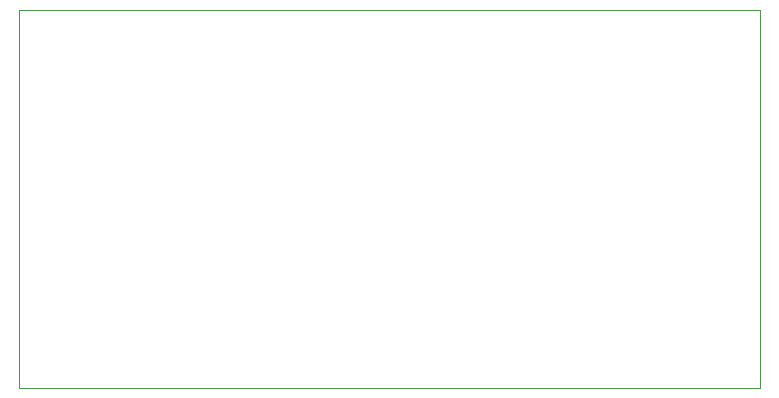
<source format=gko>
G04 #@! TF.FileFunction,Profile,NP*
%FSLAX46Y46*%
G04 Gerber Fmt 4.6, Leading zero omitted, Abs format (unit mm)*
G04 Created by KiCad (PCBNEW (2014-11-17 BZR 5289)-product) date Mon 10 Aug 2015 05:49:24 PM EDT*
%MOMM*%
G01*
G04 APERTURE LIST*
%ADD10C,0.100000*%
G04 APERTURE END LIST*
D10*
X149750000Y-114500000D02*
X149750000Y-114750000D01*
X212500000Y-114500000D02*
X149750000Y-114500000D01*
X212500000Y-146500000D02*
X212500000Y-114500000D01*
X149750000Y-146500000D02*
X212500000Y-146500000D01*
X149750000Y-114750000D02*
X149750000Y-146500000D01*
M02*

</source>
